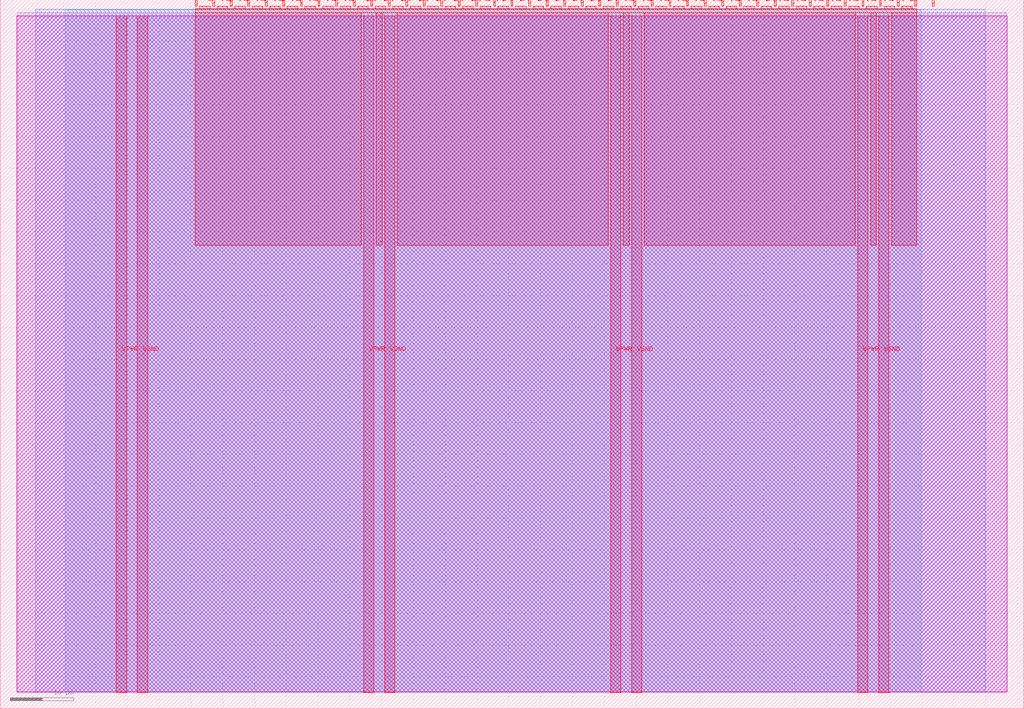
<source format=lef>
VERSION 5.7 ;
  NOWIREEXTENSIONATPIN ON ;
  DIVIDERCHAR "/" ;
  BUSBITCHARS "[]" ;
MACRO tt_um_axc1271_tinypong
  CLASS BLOCK ;
  FOREIGN tt_um_axc1271_tinypong ;
  ORIGIN 0.000 0.000 ;
  SIZE 161.000 BY 111.520 ;
  PIN VGND
    DIRECTION INOUT ;
    USE GROUND ;
    PORT
      LAYER met4 ;
        RECT 21.580 2.480 23.180 109.040 ;
    END
    PORT
      LAYER met4 ;
        RECT 60.450 2.480 62.050 109.040 ;
    END
    PORT
      LAYER met4 ;
        RECT 99.320 2.480 100.920 109.040 ;
    END
    PORT
      LAYER met4 ;
        RECT 138.190 2.480 139.790 109.040 ;
    END
  END VGND
  PIN VPWR
    DIRECTION INOUT ;
    USE POWER ;
    PORT
      LAYER met4 ;
        RECT 18.280 2.480 19.880 109.040 ;
    END
    PORT
      LAYER met4 ;
        RECT 57.150 2.480 58.750 109.040 ;
    END
    PORT
      LAYER met4 ;
        RECT 96.020 2.480 97.620 109.040 ;
    END
    PORT
      LAYER met4 ;
        RECT 134.890 2.480 136.490 109.040 ;
    END
  END VPWR
  PIN clk
    DIRECTION INPUT ;
    USE SIGNAL ;
    ANTENNAGATEAREA 0.852000 ;
    PORT
      LAYER met4 ;
        RECT 143.830 110.520 144.130 111.520 ;
    END
  END clk
  PIN ena
    DIRECTION INPUT ;
    USE SIGNAL ;
    PORT
      LAYER met4 ;
        RECT 146.590 110.520 146.890 111.520 ;
    END
  END ena
  PIN rst_n
    DIRECTION INPUT ;
    USE SIGNAL ;
    ANTENNAGATEAREA 0.213000 ;
    PORT
      LAYER met4 ;
        RECT 141.070 110.520 141.370 111.520 ;
    END
  END rst_n
  PIN ui_in[0]
    DIRECTION INPUT ;
    USE SIGNAL ;
    ANTENNAGATEAREA 0.213000 ;
    PORT
      LAYER met4 ;
        RECT 138.310 110.520 138.610 111.520 ;
    END
  END ui_in[0]
  PIN ui_in[1]
    DIRECTION INPUT ;
    USE SIGNAL ;
    ANTENNAGATEAREA 0.196500 ;
    PORT
      LAYER met4 ;
        RECT 135.550 110.520 135.850 111.520 ;
    END
  END ui_in[1]
  PIN ui_in[2]
    DIRECTION INPUT ;
    USE SIGNAL ;
    PORT
      LAYER met4 ;
        RECT 132.790 110.520 133.090 111.520 ;
    END
  END ui_in[2]
  PIN ui_in[3]
    DIRECTION INPUT ;
    USE SIGNAL ;
    PORT
      LAYER met4 ;
        RECT 130.030 110.520 130.330 111.520 ;
    END
  END ui_in[3]
  PIN ui_in[4]
    DIRECTION INPUT ;
    USE SIGNAL ;
    PORT
      LAYER met4 ;
        RECT 127.270 110.520 127.570 111.520 ;
    END
  END ui_in[4]
  PIN ui_in[5]
    DIRECTION INPUT ;
    USE SIGNAL ;
    PORT
      LAYER met4 ;
        RECT 124.510 110.520 124.810 111.520 ;
    END
  END ui_in[5]
  PIN ui_in[6]
    DIRECTION INPUT ;
    USE SIGNAL ;
    PORT
      LAYER met4 ;
        RECT 121.750 110.520 122.050 111.520 ;
    END
  END ui_in[6]
  PIN ui_in[7]
    DIRECTION INPUT ;
    USE SIGNAL ;
    PORT
      LAYER met4 ;
        RECT 118.990 110.520 119.290 111.520 ;
    END
  END ui_in[7]
  PIN uio_in[0]
    DIRECTION INPUT ;
    USE SIGNAL ;
    PORT
      LAYER met4 ;
        RECT 116.230 110.520 116.530 111.520 ;
    END
  END uio_in[0]
  PIN uio_in[1]
    DIRECTION INPUT ;
    USE SIGNAL ;
    PORT
      LAYER met4 ;
        RECT 113.470 110.520 113.770 111.520 ;
    END
  END uio_in[1]
  PIN uio_in[2]
    DIRECTION INPUT ;
    USE SIGNAL ;
    PORT
      LAYER met4 ;
        RECT 110.710 110.520 111.010 111.520 ;
    END
  END uio_in[2]
  PIN uio_in[3]
    DIRECTION INPUT ;
    USE SIGNAL ;
    PORT
      LAYER met4 ;
        RECT 107.950 110.520 108.250 111.520 ;
    END
  END uio_in[3]
  PIN uio_in[4]
    DIRECTION INPUT ;
    USE SIGNAL ;
    PORT
      LAYER met4 ;
        RECT 105.190 110.520 105.490 111.520 ;
    END
  END uio_in[4]
  PIN uio_in[5]
    DIRECTION INPUT ;
    USE SIGNAL ;
    PORT
      LAYER met4 ;
        RECT 102.430 110.520 102.730 111.520 ;
    END
  END uio_in[5]
  PIN uio_in[6]
    DIRECTION INPUT ;
    USE SIGNAL ;
    PORT
      LAYER met4 ;
        RECT 99.670 110.520 99.970 111.520 ;
    END
  END uio_in[6]
  PIN uio_in[7]
    DIRECTION INPUT ;
    USE SIGNAL ;
    PORT
      LAYER met4 ;
        RECT 96.910 110.520 97.210 111.520 ;
    END
  END uio_in[7]
  PIN uio_oe[0]
    DIRECTION OUTPUT ;
    USE SIGNAL ;
    PORT
      LAYER met4 ;
        RECT 49.990 110.520 50.290 111.520 ;
    END
  END uio_oe[0]
  PIN uio_oe[1]
    DIRECTION OUTPUT ;
    USE SIGNAL ;
    PORT
      LAYER met4 ;
        RECT 47.230 110.520 47.530 111.520 ;
    END
  END uio_oe[1]
  PIN uio_oe[2]
    DIRECTION OUTPUT ;
    USE SIGNAL ;
    PORT
      LAYER met4 ;
        RECT 44.470 110.520 44.770 111.520 ;
    END
  END uio_oe[2]
  PIN uio_oe[3]
    DIRECTION OUTPUT ;
    USE SIGNAL ;
    PORT
      LAYER met4 ;
        RECT 41.710 110.520 42.010 111.520 ;
    END
  END uio_oe[3]
  PIN uio_oe[4]
    DIRECTION OUTPUT ;
    USE SIGNAL ;
    PORT
      LAYER met4 ;
        RECT 38.950 110.520 39.250 111.520 ;
    END
  END uio_oe[4]
  PIN uio_oe[5]
    DIRECTION OUTPUT ;
    USE SIGNAL ;
    PORT
      LAYER met4 ;
        RECT 36.190 110.520 36.490 111.520 ;
    END
  END uio_oe[5]
  PIN uio_oe[6]
    DIRECTION OUTPUT ;
    USE SIGNAL ;
    PORT
      LAYER met4 ;
        RECT 33.430 110.520 33.730 111.520 ;
    END
  END uio_oe[6]
  PIN uio_oe[7]
    DIRECTION OUTPUT ;
    USE SIGNAL ;
    PORT
      LAYER met4 ;
        RECT 30.670 110.520 30.970 111.520 ;
    END
  END uio_oe[7]
  PIN uio_out[0]
    DIRECTION OUTPUT ;
    USE SIGNAL ;
    PORT
      LAYER met4 ;
        RECT 72.070 110.520 72.370 111.520 ;
    END
  END uio_out[0]
  PIN uio_out[1]
    DIRECTION OUTPUT ;
    USE SIGNAL ;
    PORT
      LAYER met4 ;
        RECT 69.310 110.520 69.610 111.520 ;
    END
  END uio_out[1]
  PIN uio_out[2]
    DIRECTION OUTPUT ;
    USE SIGNAL ;
    PORT
      LAYER met4 ;
        RECT 66.550 110.520 66.850 111.520 ;
    END
  END uio_out[2]
  PIN uio_out[3]
    DIRECTION OUTPUT ;
    USE SIGNAL ;
    PORT
      LAYER met4 ;
        RECT 63.790 110.520 64.090 111.520 ;
    END
  END uio_out[3]
  PIN uio_out[4]
    DIRECTION OUTPUT ;
    USE SIGNAL ;
    PORT
      LAYER met4 ;
        RECT 61.030 110.520 61.330 111.520 ;
    END
  END uio_out[4]
  PIN uio_out[5]
    DIRECTION OUTPUT ;
    USE SIGNAL ;
    PORT
      LAYER met4 ;
        RECT 58.270 110.520 58.570 111.520 ;
    END
  END uio_out[5]
  PIN uio_out[6]
    DIRECTION OUTPUT ;
    USE SIGNAL ;
    PORT
      LAYER met4 ;
        RECT 55.510 110.520 55.810 111.520 ;
    END
  END uio_out[6]
  PIN uio_out[7]
    DIRECTION OUTPUT ;
    USE SIGNAL ;
    PORT
      LAYER met4 ;
        RECT 52.750 110.520 53.050 111.520 ;
    END
  END uio_out[7]
  PIN uo_out[0]
    DIRECTION OUTPUT ;
    USE SIGNAL ;
    ANTENNADIFFAREA 0.445500 ;
    PORT
      LAYER met4 ;
        RECT 94.150 110.520 94.450 111.520 ;
    END
  END uo_out[0]
  PIN uo_out[1]
    DIRECTION OUTPUT ;
    USE SIGNAL ;
    ANTENNADIFFAREA 0.462000 ;
    PORT
      LAYER met4 ;
        RECT 91.390 110.520 91.690 111.520 ;
    END
  END uo_out[1]
  PIN uo_out[2]
    DIRECTION OUTPUT ;
    USE SIGNAL ;
    ANTENNADIFFAREA 0.445500 ;
    PORT
      LAYER met4 ;
        RECT 88.630 110.520 88.930 111.520 ;
    END
  END uo_out[2]
  PIN uo_out[3]
    DIRECTION OUTPUT ;
    USE SIGNAL ;
    ANTENNADIFFAREA 0.445500 ;
    PORT
      LAYER met4 ;
        RECT 85.870 110.520 86.170 111.520 ;
    END
  END uo_out[3]
  PIN uo_out[4]
    DIRECTION OUTPUT ;
    USE SIGNAL ;
    ANTENNADIFFAREA 0.445500 ;
    PORT
      LAYER met4 ;
        RECT 83.110 110.520 83.410 111.520 ;
    END
  END uo_out[4]
  PIN uo_out[5]
    DIRECTION OUTPUT ;
    USE SIGNAL ;
    ANTENNAGATEAREA 0.247500 ;
    ANTENNADIFFAREA 1.288000 ;
    PORT
      LAYER met4 ;
        RECT 80.350 110.520 80.650 111.520 ;
    END
  END uo_out[5]
  PIN uo_out[6]
    DIRECTION OUTPUT ;
    USE SIGNAL ;
    ANTENNAGATEAREA 0.477000 ;
    ANTENNADIFFAREA 1.288000 ;
    PORT
      LAYER met4 ;
        RECT 77.590 110.520 77.890 111.520 ;
    END
  END uo_out[6]
  PIN uo_out[7]
    DIRECTION OUTPUT ;
    USE SIGNAL ;
    ANTENNADIFFAREA 0.445500 ;
    PORT
      LAYER met4 ;
        RECT 74.830 110.520 75.130 111.520 ;
    END
  END uo_out[7]
  OBS
      LAYER nwell ;
        RECT 2.570 2.635 158.430 108.990 ;
      LAYER li1 ;
        RECT 2.760 2.635 158.240 108.885 ;
      LAYER met1 ;
        RECT 2.760 2.480 158.240 109.440 ;
      LAYER met2 ;
        RECT 5.620 2.535 154.920 110.005 ;
      LAYER met3 ;
        RECT 10.185 2.555 144.835 109.985 ;
      LAYER met4 ;
        RECT 31.370 110.120 33.030 110.520 ;
        RECT 34.130 110.120 35.790 110.520 ;
        RECT 36.890 110.120 38.550 110.520 ;
        RECT 39.650 110.120 41.310 110.520 ;
        RECT 42.410 110.120 44.070 110.520 ;
        RECT 45.170 110.120 46.830 110.520 ;
        RECT 47.930 110.120 49.590 110.520 ;
        RECT 50.690 110.120 52.350 110.520 ;
        RECT 53.450 110.120 55.110 110.520 ;
        RECT 56.210 110.120 57.870 110.520 ;
        RECT 58.970 110.120 60.630 110.520 ;
        RECT 61.730 110.120 63.390 110.520 ;
        RECT 64.490 110.120 66.150 110.520 ;
        RECT 67.250 110.120 68.910 110.520 ;
        RECT 70.010 110.120 71.670 110.520 ;
        RECT 72.770 110.120 74.430 110.520 ;
        RECT 75.530 110.120 77.190 110.520 ;
        RECT 78.290 110.120 79.950 110.520 ;
        RECT 81.050 110.120 82.710 110.520 ;
        RECT 83.810 110.120 85.470 110.520 ;
        RECT 86.570 110.120 88.230 110.520 ;
        RECT 89.330 110.120 90.990 110.520 ;
        RECT 92.090 110.120 93.750 110.520 ;
        RECT 94.850 110.120 96.510 110.520 ;
        RECT 97.610 110.120 99.270 110.520 ;
        RECT 100.370 110.120 102.030 110.520 ;
        RECT 103.130 110.120 104.790 110.520 ;
        RECT 105.890 110.120 107.550 110.520 ;
        RECT 108.650 110.120 110.310 110.520 ;
        RECT 111.410 110.120 113.070 110.520 ;
        RECT 114.170 110.120 115.830 110.520 ;
        RECT 116.930 110.120 118.590 110.520 ;
        RECT 119.690 110.120 121.350 110.520 ;
        RECT 122.450 110.120 124.110 110.520 ;
        RECT 125.210 110.120 126.870 110.520 ;
        RECT 127.970 110.120 129.630 110.520 ;
        RECT 130.730 110.120 132.390 110.520 ;
        RECT 133.490 110.120 135.150 110.520 ;
        RECT 136.250 110.120 137.910 110.520 ;
        RECT 139.010 110.120 140.670 110.520 ;
        RECT 141.770 110.120 143.430 110.520 ;
        RECT 30.655 109.440 144.145 110.120 ;
        RECT 30.655 72.935 56.750 109.440 ;
        RECT 59.150 72.935 60.050 109.440 ;
        RECT 62.450 72.935 95.620 109.440 ;
        RECT 98.020 72.935 98.920 109.440 ;
        RECT 101.320 72.935 134.490 109.440 ;
        RECT 136.890 72.935 137.790 109.440 ;
        RECT 140.190 72.935 144.145 109.440 ;
  END
END tt_um_axc1271_tinypong
END LIBRARY


</source>
